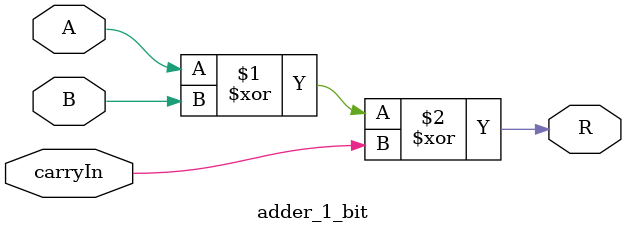
<source format=v>
module adder_1_bit (input A, input B, input carryIn, output R);

	xor xor1(R,A,B,carryIn);

endmodule

</source>
